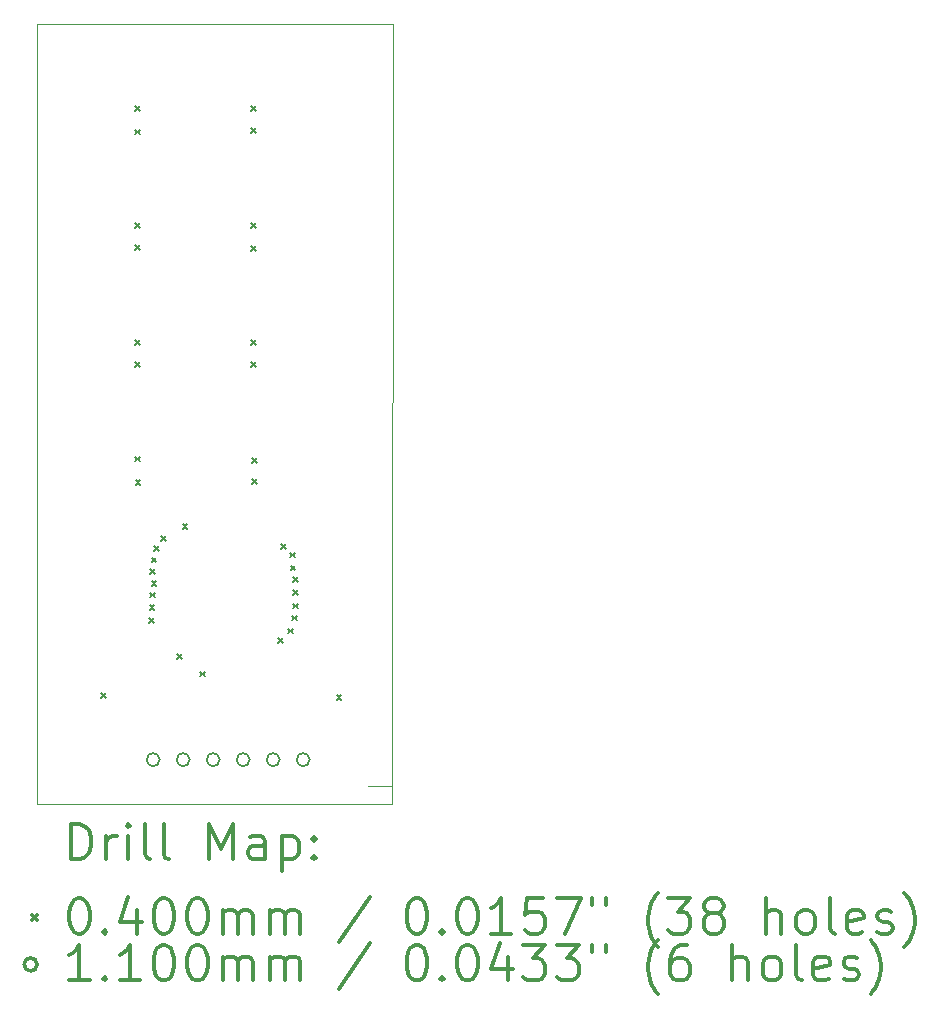
<source format=gbr>
%FSLAX45Y45*%
G04 Gerber Fmt 4.5, Leading zero omitted, Abs format (unit mm)*
G04 Created by KiCad (PCBNEW (5.1.12)-1) date 2022-08-18 12:31:07*
%MOMM*%
%LPD*%
G01*
G04 APERTURE LIST*
%TA.AperFunction,Profile*%
%ADD10C,0.050000*%
%TD*%
%ADD11C,0.200000*%
%ADD12C,0.300000*%
G04 APERTURE END LIST*
D10*
X11450000Y-3150000D02*
X14460000Y-3150000D01*
X11450000Y-9600000D02*
X11450000Y-3150000D01*
X11450000Y-9600000D02*
X11450000Y-9750000D01*
X14450000Y-9750000D02*
X14450000Y-9600000D01*
X11450000Y-9750000D02*
X14450000Y-9750000D01*
X14450000Y-9600000D02*
X14460000Y-3150000D01*
X14250000Y-9600000D02*
X14450000Y-9600000D01*
D11*
X11987500Y-8812500D02*
X12027500Y-8852500D01*
X12027500Y-8812500D02*
X11987500Y-8852500D01*
X12279999Y-6010000D02*
X12319999Y-6050000D01*
X12319999Y-6010000D02*
X12279999Y-6050000D01*
X12280000Y-3840000D02*
X12320000Y-3880000D01*
X12320000Y-3840000D02*
X12280000Y-3880000D01*
X12280000Y-4040000D02*
X12320000Y-4080000D01*
X12320000Y-4040000D02*
X12280000Y-4080000D01*
X12280000Y-4830000D02*
X12320000Y-4870000D01*
X12320000Y-4830000D02*
X12280000Y-4870000D01*
X12280000Y-5020001D02*
X12320000Y-5060001D01*
X12320000Y-5020001D02*
X12280000Y-5060001D01*
X12280000Y-5820000D02*
X12320000Y-5860000D01*
X12320000Y-5820000D02*
X12280000Y-5860000D01*
X12280000Y-6810000D02*
X12320000Y-6850000D01*
X12320000Y-6810000D02*
X12280000Y-6850000D01*
X12282501Y-7010000D02*
X12322501Y-7050000D01*
X12322501Y-7010000D02*
X12282501Y-7050000D01*
X12397193Y-8174135D02*
X12437193Y-8214135D01*
X12437193Y-8174135D02*
X12397193Y-8214135D01*
X12399230Y-8069565D02*
X12439230Y-8109565D01*
X12439230Y-8069565D02*
X12399230Y-8109565D01*
X12403101Y-7763368D02*
X12443101Y-7803368D01*
X12443101Y-7763368D02*
X12403101Y-7803368D01*
X12404398Y-7961866D02*
X12444398Y-8001866D01*
X12444398Y-7961866D02*
X12404398Y-8001866D01*
X12415974Y-7862537D02*
X12455974Y-7902537D01*
X12455974Y-7862537D02*
X12415974Y-7902537D01*
X12416794Y-7664262D02*
X12456794Y-7704262D01*
X12456794Y-7664262D02*
X12416794Y-7704262D01*
X12436679Y-7566258D02*
X12476679Y-7606258D01*
X12476679Y-7566258D02*
X12436679Y-7606258D01*
X12495440Y-7484420D02*
X12535440Y-7524420D01*
X12535440Y-7484420D02*
X12495440Y-7524420D01*
X12630000Y-8479999D02*
X12670000Y-8519999D01*
X12670000Y-8479999D02*
X12630000Y-8519999D01*
X12680000Y-7380000D02*
X12720000Y-7420000D01*
X12720000Y-7380000D02*
X12680000Y-7420000D01*
X12830000Y-8630000D02*
X12870000Y-8670000D01*
X12870000Y-8630000D02*
X12830000Y-8670000D01*
X13260000Y-6010000D02*
X13300000Y-6050000D01*
X13300000Y-6010000D02*
X13260000Y-6050000D01*
X13260000Y-3840000D02*
X13300000Y-3880000D01*
X13300000Y-3840000D02*
X13260000Y-3880000D01*
X13260000Y-4030000D02*
X13300000Y-4070000D01*
X13300000Y-4030000D02*
X13260000Y-4070000D01*
X13260000Y-4830000D02*
X13300000Y-4870000D01*
X13300000Y-4830000D02*
X13260000Y-4870000D01*
X13260000Y-5030000D02*
X13300000Y-5070000D01*
X13300000Y-5030000D02*
X13260000Y-5070000D01*
X13260000Y-5820000D02*
X13300000Y-5860000D01*
X13300000Y-5820000D02*
X13260000Y-5860000D01*
X13270000Y-7000000D02*
X13310000Y-7040000D01*
X13310000Y-7000000D02*
X13270000Y-7040000D01*
X13270000Y-6820000D02*
X13310000Y-6860000D01*
X13310000Y-6820000D02*
X13270000Y-6860000D01*
X13487501Y-8349082D02*
X13527501Y-8389082D01*
X13527501Y-8349082D02*
X13487501Y-8389082D01*
X13514692Y-7547592D02*
X13554692Y-7587592D01*
X13554692Y-7547592D02*
X13514692Y-7587592D01*
X13575701Y-8264755D02*
X13615701Y-8304755D01*
X13615701Y-8264755D02*
X13575701Y-8304755D01*
X13587193Y-7621686D02*
X13627193Y-7661686D01*
X13627193Y-7621686D02*
X13587193Y-7661686D01*
X13594361Y-7731386D02*
X13634361Y-7771386D01*
X13634361Y-7731386D02*
X13594361Y-7771386D01*
X13604999Y-8155000D02*
X13644999Y-8195000D01*
X13644999Y-8155000D02*
X13604999Y-8195000D01*
X13613535Y-8053636D02*
X13653535Y-8093636D01*
X13653535Y-8053636D02*
X13613535Y-8093636D01*
X13613619Y-7938619D02*
X13653619Y-7978619D01*
X13653619Y-7938619D02*
X13613619Y-7978619D01*
X13616698Y-7828860D02*
X13656698Y-7868860D01*
X13656698Y-7828860D02*
X13616698Y-7868860D01*
X13982500Y-8827500D02*
X14022500Y-8867500D01*
X14022500Y-8827500D02*
X13982500Y-8867500D01*
X12485000Y-9375000D02*
G75*
G03*
X12485000Y-9375000I-55000J0D01*
G01*
X12739000Y-9375000D02*
G75*
G03*
X12739000Y-9375000I-55000J0D01*
G01*
X12993000Y-9375000D02*
G75*
G03*
X12993000Y-9375000I-55000J0D01*
G01*
X13247000Y-9375000D02*
G75*
G03*
X13247000Y-9375000I-55000J0D01*
G01*
X13501000Y-9375000D02*
G75*
G03*
X13501000Y-9375000I-55000J0D01*
G01*
X13755000Y-9375000D02*
G75*
G03*
X13755000Y-9375000I-55000J0D01*
G01*
D12*
X11733928Y-10218214D02*
X11733928Y-9918214D01*
X11805357Y-9918214D01*
X11848214Y-9932500D01*
X11876786Y-9961072D01*
X11891071Y-9989643D01*
X11905357Y-10046786D01*
X11905357Y-10089643D01*
X11891071Y-10146786D01*
X11876786Y-10175357D01*
X11848214Y-10203929D01*
X11805357Y-10218214D01*
X11733928Y-10218214D01*
X12033928Y-10218214D02*
X12033928Y-10018214D01*
X12033928Y-10075357D02*
X12048214Y-10046786D01*
X12062500Y-10032500D01*
X12091071Y-10018214D01*
X12119643Y-10018214D01*
X12219643Y-10218214D02*
X12219643Y-10018214D01*
X12219643Y-9918214D02*
X12205357Y-9932500D01*
X12219643Y-9946786D01*
X12233928Y-9932500D01*
X12219643Y-9918214D01*
X12219643Y-9946786D01*
X12405357Y-10218214D02*
X12376786Y-10203929D01*
X12362500Y-10175357D01*
X12362500Y-9918214D01*
X12562500Y-10218214D02*
X12533928Y-10203929D01*
X12519643Y-10175357D01*
X12519643Y-9918214D01*
X12905357Y-10218214D02*
X12905357Y-9918214D01*
X13005357Y-10132500D01*
X13105357Y-9918214D01*
X13105357Y-10218214D01*
X13376786Y-10218214D02*
X13376786Y-10061072D01*
X13362500Y-10032500D01*
X13333928Y-10018214D01*
X13276786Y-10018214D01*
X13248214Y-10032500D01*
X13376786Y-10203929D02*
X13348214Y-10218214D01*
X13276786Y-10218214D01*
X13248214Y-10203929D01*
X13233928Y-10175357D01*
X13233928Y-10146786D01*
X13248214Y-10118214D01*
X13276786Y-10103929D01*
X13348214Y-10103929D01*
X13376786Y-10089643D01*
X13519643Y-10018214D02*
X13519643Y-10318214D01*
X13519643Y-10032500D02*
X13548214Y-10018214D01*
X13605357Y-10018214D01*
X13633928Y-10032500D01*
X13648214Y-10046786D01*
X13662500Y-10075357D01*
X13662500Y-10161072D01*
X13648214Y-10189643D01*
X13633928Y-10203929D01*
X13605357Y-10218214D01*
X13548214Y-10218214D01*
X13519643Y-10203929D01*
X13791071Y-10189643D02*
X13805357Y-10203929D01*
X13791071Y-10218214D01*
X13776786Y-10203929D01*
X13791071Y-10189643D01*
X13791071Y-10218214D01*
X13791071Y-10032500D02*
X13805357Y-10046786D01*
X13791071Y-10061072D01*
X13776786Y-10046786D01*
X13791071Y-10032500D01*
X13791071Y-10061072D01*
X11407500Y-10692500D02*
X11447500Y-10732500D01*
X11447500Y-10692500D02*
X11407500Y-10732500D01*
X11791071Y-10548214D02*
X11819643Y-10548214D01*
X11848214Y-10562500D01*
X11862500Y-10576786D01*
X11876786Y-10605357D01*
X11891071Y-10662500D01*
X11891071Y-10733929D01*
X11876786Y-10791072D01*
X11862500Y-10819643D01*
X11848214Y-10833929D01*
X11819643Y-10848214D01*
X11791071Y-10848214D01*
X11762500Y-10833929D01*
X11748214Y-10819643D01*
X11733928Y-10791072D01*
X11719643Y-10733929D01*
X11719643Y-10662500D01*
X11733928Y-10605357D01*
X11748214Y-10576786D01*
X11762500Y-10562500D01*
X11791071Y-10548214D01*
X12019643Y-10819643D02*
X12033928Y-10833929D01*
X12019643Y-10848214D01*
X12005357Y-10833929D01*
X12019643Y-10819643D01*
X12019643Y-10848214D01*
X12291071Y-10648214D02*
X12291071Y-10848214D01*
X12219643Y-10533929D02*
X12148214Y-10748214D01*
X12333928Y-10748214D01*
X12505357Y-10548214D02*
X12533928Y-10548214D01*
X12562500Y-10562500D01*
X12576786Y-10576786D01*
X12591071Y-10605357D01*
X12605357Y-10662500D01*
X12605357Y-10733929D01*
X12591071Y-10791072D01*
X12576786Y-10819643D01*
X12562500Y-10833929D01*
X12533928Y-10848214D01*
X12505357Y-10848214D01*
X12476786Y-10833929D01*
X12462500Y-10819643D01*
X12448214Y-10791072D01*
X12433928Y-10733929D01*
X12433928Y-10662500D01*
X12448214Y-10605357D01*
X12462500Y-10576786D01*
X12476786Y-10562500D01*
X12505357Y-10548214D01*
X12791071Y-10548214D02*
X12819643Y-10548214D01*
X12848214Y-10562500D01*
X12862500Y-10576786D01*
X12876786Y-10605357D01*
X12891071Y-10662500D01*
X12891071Y-10733929D01*
X12876786Y-10791072D01*
X12862500Y-10819643D01*
X12848214Y-10833929D01*
X12819643Y-10848214D01*
X12791071Y-10848214D01*
X12762500Y-10833929D01*
X12748214Y-10819643D01*
X12733928Y-10791072D01*
X12719643Y-10733929D01*
X12719643Y-10662500D01*
X12733928Y-10605357D01*
X12748214Y-10576786D01*
X12762500Y-10562500D01*
X12791071Y-10548214D01*
X13019643Y-10848214D02*
X13019643Y-10648214D01*
X13019643Y-10676786D02*
X13033928Y-10662500D01*
X13062500Y-10648214D01*
X13105357Y-10648214D01*
X13133928Y-10662500D01*
X13148214Y-10691072D01*
X13148214Y-10848214D01*
X13148214Y-10691072D02*
X13162500Y-10662500D01*
X13191071Y-10648214D01*
X13233928Y-10648214D01*
X13262500Y-10662500D01*
X13276786Y-10691072D01*
X13276786Y-10848214D01*
X13419643Y-10848214D02*
X13419643Y-10648214D01*
X13419643Y-10676786D02*
X13433928Y-10662500D01*
X13462500Y-10648214D01*
X13505357Y-10648214D01*
X13533928Y-10662500D01*
X13548214Y-10691072D01*
X13548214Y-10848214D01*
X13548214Y-10691072D02*
X13562500Y-10662500D01*
X13591071Y-10648214D01*
X13633928Y-10648214D01*
X13662500Y-10662500D01*
X13676786Y-10691072D01*
X13676786Y-10848214D01*
X14262500Y-10533929D02*
X14005357Y-10919643D01*
X14648214Y-10548214D02*
X14676786Y-10548214D01*
X14705357Y-10562500D01*
X14719643Y-10576786D01*
X14733928Y-10605357D01*
X14748214Y-10662500D01*
X14748214Y-10733929D01*
X14733928Y-10791072D01*
X14719643Y-10819643D01*
X14705357Y-10833929D01*
X14676786Y-10848214D01*
X14648214Y-10848214D01*
X14619643Y-10833929D01*
X14605357Y-10819643D01*
X14591071Y-10791072D01*
X14576786Y-10733929D01*
X14576786Y-10662500D01*
X14591071Y-10605357D01*
X14605357Y-10576786D01*
X14619643Y-10562500D01*
X14648214Y-10548214D01*
X14876786Y-10819643D02*
X14891071Y-10833929D01*
X14876786Y-10848214D01*
X14862500Y-10833929D01*
X14876786Y-10819643D01*
X14876786Y-10848214D01*
X15076786Y-10548214D02*
X15105357Y-10548214D01*
X15133928Y-10562500D01*
X15148214Y-10576786D01*
X15162500Y-10605357D01*
X15176786Y-10662500D01*
X15176786Y-10733929D01*
X15162500Y-10791072D01*
X15148214Y-10819643D01*
X15133928Y-10833929D01*
X15105357Y-10848214D01*
X15076786Y-10848214D01*
X15048214Y-10833929D01*
X15033928Y-10819643D01*
X15019643Y-10791072D01*
X15005357Y-10733929D01*
X15005357Y-10662500D01*
X15019643Y-10605357D01*
X15033928Y-10576786D01*
X15048214Y-10562500D01*
X15076786Y-10548214D01*
X15462500Y-10848214D02*
X15291071Y-10848214D01*
X15376786Y-10848214D02*
X15376786Y-10548214D01*
X15348214Y-10591072D01*
X15319643Y-10619643D01*
X15291071Y-10633929D01*
X15733928Y-10548214D02*
X15591071Y-10548214D01*
X15576786Y-10691072D01*
X15591071Y-10676786D01*
X15619643Y-10662500D01*
X15691071Y-10662500D01*
X15719643Y-10676786D01*
X15733928Y-10691072D01*
X15748214Y-10719643D01*
X15748214Y-10791072D01*
X15733928Y-10819643D01*
X15719643Y-10833929D01*
X15691071Y-10848214D01*
X15619643Y-10848214D01*
X15591071Y-10833929D01*
X15576786Y-10819643D01*
X15848214Y-10548214D02*
X16048214Y-10548214D01*
X15919643Y-10848214D01*
X16148214Y-10548214D02*
X16148214Y-10605357D01*
X16262500Y-10548214D02*
X16262500Y-10605357D01*
X16705357Y-10962500D02*
X16691071Y-10948214D01*
X16662500Y-10905357D01*
X16648214Y-10876786D01*
X16633928Y-10833929D01*
X16619643Y-10762500D01*
X16619643Y-10705357D01*
X16633928Y-10633929D01*
X16648214Y-10591072D01*
X16662500Y-10562500D01*
X16691071Y-10519643D01*
X16705357Y-10505357D01*
X16791071Y-10548214D02*
X16976786Y-10548214D01*
X16876786Y-10662500D01*
X16919643Y-10662500D01*
X16948214Y-10676786D01*
X16962500Y-10691072D01*
X16976786Y-10719643D01*
X16976786Y-10791072D01*
X16962500Y-10819643D01*
X16948214Y-10833929D01*
X16919643Y-10848214D01*
X16833928Y-10848214D01*
X16805357Y-10833929D01*
X16791071Y-10819643D01*
X17148214Y-10676786D02*
X17119643Y-10662500D01*
X17105357Y-10648214D01*
X17091071Y-10619643D01*
X17091071Y-10605357D01*
X17105357Y-10576786D01*
X17119643Y-10562500D01*
X17148214Y-10548214D01*
X17205357Y-10548214D01*
X17233928Y-10562500D01*
X17248214Y-10576786D01*
X17262500Y-10605357D01*
X17262500Y-10619643D01*
X17248214Y-10648214D01*
X17233928Y-10662500D01*
X17205357Y-10676786D01*
X17148214Y-10676786D01*
X17119643Y-10691072D01*
X17105357Y-10705357D01*
X17091071Y-10733929D01*
X17091071Y-10791072D01*
X17105357Y-10819643D01*
X17119643Y-10833929D01*
X17148214Y-10848214D01*
X17205357Y-10848214D01*
X17233928Y-10833929D01*
X17248214Y-10819643D01*
X17262500Y-10791072D01*
X17262500Y-10733929D01*
X17248214Y-10705357D01*
X17233928Y-10691072D01*
X17205357Y-10676786D01*
X17619643Y-10848214D02*
X17619643Y-10548214D01*
X17748214Y-10848214D02*
X17748214Y-10691072D01*
X17733928Y-10662500D01*
X17705357Y-10648214D01*
X17662500Y-10648214D01*
X17633928Y-10662500D01*
X17619643Y-10676786D01*
X17933928Y-10848214D02*
X17905357Y-10833929D01*
X17891071Y-10819643D01*
X17876786Y-10791072D01*
X17876786Y-10705357D01*
X17891071Y-10676786D01*
X17905357Y-10662500D01*
X17933928Y-10648214D01*
X17976786Y-10648214D01*
X18005357Y-10662500D01*
X18019643Y-10676786D01*
X18033928Y-10705357D01*
X18033928Y-10791072D01*
X18019643Y-10819643D01*
X18005357Y-10833929D01*
X17976786Y-10848214D01*
X17933928Y-10848214D01*
X18205357Y-10848214D02*
X18176786Y-10833929D01*
X18162500Y-10805357D01*
X18162500Y-10548214D01*
X18433928Y-10833929D02*
X18405357Y-10848214D01*
X18348214Y-10848214D01*
X18319643Y-10833929D01*
X18305357Y-10805357D01*
X18305357Y-10691072D01*
X18319643Y-10662500D01*
X18348214Y-10648214D01*
X18405357Y-10648214D01*
X18433928Y-10662500D01*
X18448214Y-10691072D01*
X18448214Y-10719643D01*
X18305357Y-10748214D01*
X18562500Y-10833929D02*
X18591071Y-10848214D01*
X18648214Y-10848214D01*
X18676786Y-10833929D01*
X18691071Y-10805357D01*
X18691071Y-10791072D01*
X18676786Y-10762500D01*
X18648214Y-10748214D01*
X18605357Y-10748214D01*
X18576786Y-10733929D01*
X18562500Y-10705357D01*
X18562500Y-10691072D01*
X18576786Y-10662500D01*
X18605357Y-10648214D01*
X18648214Y-10648214D01*
X18676786Y-10662500D01*
X18791071Y-10962500D02*
X18805357Y-10948214D01*
X18833928Y-10905357D01*
X18848214Y-10876786D01*
X18862500Y-10833929D01*
X18876786Y-10762500D01*
X18876786Y-10705357D01*
X18862500Y-10633929D01*
X18848214Y-10591072D01*
X18833928Y-10562500D01*
X18805357Y-10519643D01*
X18791071Y-10505357D01*
X11447500Y-11108500D02*
G75*
G03*
X11447500Y-11108500I-55000J0D01*
G01*
X11891071Y-11244214D02*
X11719643Y-11244214D01*
X11805357Y-11244214D02*
X11805357Y-10944214D01*
X11776786Y-10987072D01*
X11748214Y-11015643D01*
X11719643Y-11029929D01*
X12019643Y-11215643D02*
X12033928Y-11229929D01*
X12019643Y-11244214D01*
X12005357Y-11229929D01*
X12019643Y-11215643D01*
X12019643Y-11244214D01*
X12319643Y-11244214D02*
X12148214Y-11244214D01*
X12233928Y-11244214D02*
X12233928Y-10944214D01*
X12205357Y-10987072D01*
X12176786Y-11015643D01*
X12148214Y-11029929D01*
X12505357Y-10944214D02*
X12533928Y-10944214D01*
X12562500Y-10958500D01*
X12576786Y-10972786D01*
X12591071Y-11001357D01*
X12605357Y-11058500D01*
X12605357Y-11129929D01*
X12591071Y-11187071D01*
X12576786Y-11215643D01*
X12562500Y-11229929D01*
X12533928Y-11244214D01*
X12505357Y-11244214D01*
X12476786Y-11229929D01*
X12462500Y-11215643D01*
X12448214Y-11187071D01*
X12433928Y-11129929D01*
X12433928Y-11058500D01*
X12448214Y-11001357D01*
X12462500Y-10972786D01*
X12476786Y-10958500D01*
X12505357Y-10944214D01*
X12791071Y-10944214D02*
X12819643Y-10944214D01*
X12848214Y-10958500D01*
X12862500Y-10972786D01*
X12876786Y-11001357D01*
X12891071Y-11058500D01*
X12891071Y-11129929D01*
X12876786Y-11187071D01*
X12862500Y-11215643D01*
X12848214Y-11229929D01*
X12819643Y-11244214D01*
X12791071Y-11244214D01*
X12762500Y-11229929D01*
X12748214Y-11215643D01*
X12733928Y-11187071D01*
X12719643Y-11129929D01*
X12719643Y-11058500D01*
X12733928Y-11001357D01*
X12748214Y-10972786D01*
X12762500Y-10958500D01*
X12791071Y-10944214D01*
X13019643Y-11244214D02*
X13019643Y-11044214D01*
X13019643Y-11072786D02*
X13033928Y-11058500D01*
X13062500Y-11044214D01*
X13105357Y-11044214D01*
X13133928Y-11058500D01*
X13148214Y-11087072D01*
X13148214Y-11244214D01*
X13148214Y-11087072D02*
X13162500Y-11058500D01*
X13191071Y-11044214D01*
X13233928Y-11044214D01*
X13262500Y-11058500D01*
X13276786Y-11087072D01*
X13276786Y-11244214D01*
X13419643Y-11244214D02*
X13419643Y-11044214D01*
X13419643Y-11072786D02*
X13433928Y-11058500D01*
X13462500Y-11044214D01*
X13505357Y-11044214D01*
X13533928Y-11058500D01*
X13548214Y-11087072D01*
X13548214Y-11244214D01*
X13548214Y-11087072D02*
X13562500Y-11058500D01*
X13591071Y-11044214D01*
X13633928Y-11044214D01*
X13662500Y-11058500D01*
X13676786Y-11087072D01*
X13676786Y-11244214D01*
X14262500Y-10929929D02*
X14005357Y-11315643D01*
X14648214Y-10944214D02*
X14676786Y-10944214D01*
X14705357Y-10958500D01*
X14719643Y-10972786D01*
X14733928Y-11001357D01*
X14748214Y-11058500D01*
X14748214Y-11129929D01*
X14733928Y-11187071D01*
X14719643Y-11215643D01*
X14705357Y-11229929D01*
X14676786Y-11244214D01*
X14648214Y-11244214D01*
X14619643Y-11229929D01*
X14605357Y-11215643D01*
X14591071Y-11187071D01*
X14576786Y-11129929D01*
X14576786Y-11058500D01*
X14591071Y-11001357D01*
X14605357Y-10972786D01*
X14619643Y-10958500D01*
X14648214Y-10944214D01*
X14876786Y-11215643D02*
X14891071Y-11229929D01*
X14876786Y-11244214D01*
X14862500Y-11229929D01*
X14876786Y-11215643D01*
X14876786Y-11244214D01*
X15076786Y-10944214D02*
X15105357Y-10944214D01*
X15133928Y-10958500D01*
X15148214Y-10972786D01*
X15162500Y-11001357D01*
X15176786Y-11058500D01*
X15176786Y-11129929D01*
X15162500Y-11187071D01*
X15148214Y-11215643D01*
X15133928Y-11229929D01*
X15105357Y-11244214D01*
X15076786Y-11244214D01*
X15048214Y-11229929D01*
X15033928Y-11215643D01*
X15019643Y-11187071D01*
X15005357Y-11129929D01*
X15005357Y-11058500D01*
X15019643Y-11001357D01*
X15033928Y-10972786D01*
X15048214Y-10958500D01*
X15076786Y-10944214D01*
X15433928Y-11044214D02*
X15433928Y-11244214D01*
X15362500Y-10929929D02*
X15291071Y-11144214D01*
X15476786Y-11144214D01*
X15562500Y-10944214D02*
X15748214Y-10944214D01*
X15648214Y-11058500D01*
X15691071Y-11058500D01*
X15719643Y-11072786D01*
X15733928Y-11087072D01*
X15748214Y-11115643D01*
X15748214Y-11187071D01*
X15733928Y-11215643D01*
X15719643Y-11229929D01*
X15691071Y-11244214D01*
X15605357Y-11244214D01*
X15576786Y-11229929D01*
X15562500Y-11215643D01*
X15848214Y-10944214D02*
X16033928Y-10944214D01*
X15933928Y-11058500D01*
X15976786Y-11058500D01*
X16005357Y-11072786D01*
X16019643Y-11087072D01*
X16033928Y-11115643D01*
X16033928Y-11187071D01*
X16019643Y-11215643D01*
X16005357Y-11229929D01*
X15976786Y-11244214D01*
X15891071Y-11244214D01*
X15862500Y-11229929D01*
X15848214Y-11215643D01*
X16148214Y-10944214D02*
X16148214Y-11001357D01*
X16262500Y-10944214D02*
X16262500Y-11001357D01*
X16705357Y-11358500D02*
X16691071Y-11344214D01*
X16662500Y-11301357D01*
X16648214Y-11272786D01*
X16633928Y-11229929D01*
X16619643Y-11158500D01*
X16619643Y-11101357D01*
X16633928Y-11029929D01*
X16648214Y-10987072D01*
X16662500Y-10958500D01*
X16691071Y-10915643D01*
X16705357Y-10901357D01*
X16948214Y-10944214D02*
X16891071Y-10944214D01*
X16862500Y-10958500D01*
X16848214Y-10972786D01*
X16819643Y-11015643D01*
X16805357Y-11072786D01*
X16805357Y-11187071D01*
X16819643Y-11215643D01*
X16833928Y-11229929D01*
X16862500Y-11244214D01*
X16919643Y-11244214D01*
X16948214Y-11229929D01*
X16962500Y-11215643D01*
X16976786Y-11187071D01*
X16976786Y-11115643D01*
X16962500Y-11087072D01*
X16948214Y-11072786D01*
X16919643Y-11058500D01*
X16862500Y-11058500D01*
X16833928Y-11072786D01*
X16819643Y-11087072D01*
X16805357Y-11115643D01*
X17333928Y-11244214D02*
X17333928Y-10944214D01*
X17462500Y-11244214D02*
X17462500Y-11087072D01*
X17448214Y-11058500D01*
X17419643Y-11044214D01*
X17376786Y-11044214D01*
X17348214Y-11058500D01*
X17333928Y-11072786D01*
X17648214Y-11244214D02*
X17619643Y-11229929D01*
X17605357Y-11215643D01*
X17591071Y-11187071D01*
X17591071Y-11101357D01*
X17605357Y-11072786D01*
X17619643Y-11058500D01*
X17648214Y-11044214D01*
X17691071Y-11044214D01*
X17719643Y-11058500D01*
X17733928Y-11072786D01*
X17748214Y-11101357D01*
X17748214Y-11187071D01*
X17733928Y-11215643D01*
X17719643Y-11229929D01*
X17691071Y-11244214D01*
X17648214Y-11244214D01*
X17919643Y-11244214D02*
X17891071Y-11229929D01*
X17876786Y-11201357D01*
X17876786Y-10944214D01*
X18148214Y-11229929D02*
X18119643Y-11244214D01*
X18062500Y-11244214D01*
X18033928Y-11229929D01*
X18019643Y-11201357D01*
X18019643Y-11087072D01*
X18033928Y-11058500D01*
X18062500Y-11044214D01*
X18119643Y-11044214D01*
X18148214Y-11058500D01*
X18162500Y-11087072D01*
X18162500Y-11115643D01*
X18019643Y-11144214D01*
X18276786Y-11229929D02*
X18305357Y-11244214D01*
X18362500Y-11244214D01*
X18391071Y-11229929D01*
X18405357Y-11201357D01*
X18405357Y-11187071D01*
X18391071Y-11158500D01*
X18362500Y-11144214D01*
X18319643Y-11144214D01*
X18291071Y-11129929D01*
X18276786Y-11101357D01*
X18276786Y-11087072D01*
X18291071Y-11058500D01*
X18319643Y-11044214D01*
X18362500Y-11044214D01*
X18391071Y-11058500D01*
X18505357Y-11358500D02*
X18519643Y-11344214D01*
X18548214Y-11301357D01*
X18562500Y-11272786D01*
X18576786Y-11229929D01*
X18591071Y-11158500D01*
X18591071Y-11101357D01*
X18576786Y-11029929D01*
X18562500Y-10987072D01*
X18548214Y-10958500D01*
X18519643Y-10915643D01*
X18505357Y-10901357D01*
M02*

</source>
